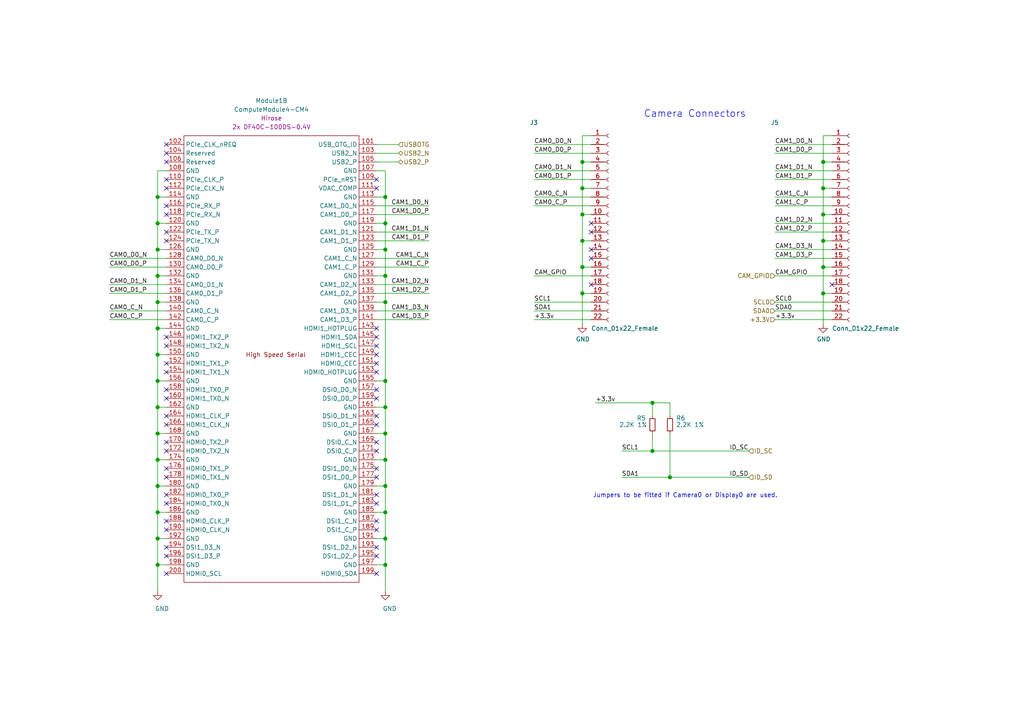
<source format=kicad_sch>
(kicad_sch (version 20210406) (generator eeschema)
  (paper "A4")
  (title_block (title "Raspberry Pi Compute Module 4 Carrier") (date "2020-10-31") (rev "v01") (comment 2 "creativecommons.org/licenses/by-sa/4.0") (comment 3 "License: CC BY 4.0") (comment 4 "Author: Eric Wu"))
  (lib_symbols
    (symbol "CM4IO:ComputeModule4-CM4"
      (property "Reference" "Module" (at 113.03 -68.58 0))
      (property "Value" "ComputeModule4-CM4" (at 140.97 2.54 0))
      (property "Manufacturer" "Hirose" (at 0 0 0))
      (property "MPN" "2x DF40C-100DS-0.4V" (at 0 -2.54 0))
      (property "MPN (Alt)" "2x DF40HC(3.0)-100DS-0.4V" (at 0 0 0))
      (symbol "ComputeModule4-CM4_1_0"
        (text "GPIO" (at 0 6.35 0) (effects (font (size 1.27 1.27))))
      )
      (symbol "ComputeModule4-CM4_1_1"
        (text "600mA Max" (at -8.89 -53.34 0) (effects (font (size 1.27 1.27))))
        (text "600mA Max" (at -8.89 -48.26 0) (effects (font (size 1.27 1.27))))
        (text "NB SD signals are only available" (at -1.27 -27.94 0) (effects (font (size 1.27 1.27))))
        (text "on modules without eMMC" (at -1.27 -30.48 0) (effects (font (size 1.27 1.27))))
        (rectangle (start -30.48 -71.12) (end 25.4 58.42))
        (pin power_in line (at 27.94 55.88 180) (length 2.54) (name "GND") (number "1"))
        (pin passive line (at -33.02 45.72 0) (length 2.54) (name "Ethernet_Pair0_N") (number "10"))
        (pin output line (at -33.02 -68.58 0) (length 2.54) (name "nEXTRST") (number "100"))
        (pin passive line (at 27.94 43.18 180) (length 2.54) (name "Ethernet_Pair2_P") (number "11"))
        (pin passive line (at -33.02 43.18 0) (length 2.54) (name "Ethernet_Pair0_P") (number "12"))
        (pin power_in line (at 27.94 40.64 180) (length 2.54) (name "GND") (number "13"))
        (pin power_in line (at -33.02 40.64 0) (length 2.54) (name "GND") (number "14"))
        (pin output line (at 27.94 38.1 180) (length 2.54) (name "Ethernet_nLED3(3.3v)") (number "15"))
        (pin input line (at -33.02 38.1 0) (length 2.54) (name "Ethernet_SYNC_IN(1.8v)") (number "16"))
        (pin output line (at 27.94 35.56 180) (length 2.54) (name "Ethernet_nLED2(3.3v)") (number "17"))
        (pin input line (at -33.02 35.56 0) (length 2.54) (name "Ethernet_SYNC_OUT(1.8v)") (number "18"))
        (pin output line (at 27.94 33.02 180) (length 2.54) (name "Ethernet_nLED1(3.3v)") (number "19"))
        (pin power_in line (at -33.02 55.88 0) (length 2.54) (name "GND") (number "2"))
        (pin passive line (at -33.02 33.02 0) (length 2.54) (name "EEPROM_nWP") (number "20"))
        (pin open_collector line (at 27.94 30.48 180) (length 2.54) (name "PI_nLED_Activity") (number "21"))
        (pin power_in line (at -33.02 30.48 0) (length 2.54) (name "GND") (number "22"))
        (pin power_in line (at 27.94 27.94 180) (length 2.54) (name "GND") (number "23"))
        (pin passive line (at -33.02 27.94 0) (length 2.54) (name "GPIO26") (number "24"))
        (pin passive line (at 27.94 25.4 180) (length 2.54) (name "GPIO21") (number "25"))
        (pin passive line (at -33.02 25.4 0) (length 2.54) (name "GPIO19") (number "26"))
        (pin passive line (at 27.94 22.86 180) (length 2.54) (name "GPIO20") (number "27"))
        (pin passive line (at -33.02 22.86 0) (length 2.54) (name "GPIO13") (number "28"))
        (pin passive line (at 27.94 20.32 180) (length 2.54) (name "GPIO16") (number "29"))
        (pin passive line (at 27.94 53.34 180) (length 2.54) (name "Ethernet_Pair3_P") (number "3"))
        (pin passive line (at -33.02 20.32 0) (length 2.54) (name "GPIO6") (number "30"))
        (pin passive line (at 27.94 17.78 180) (length 2.54) (name "GPIO12") (number "31"))
        (pin power_in line (at -33.02 17.78 0) (length 2.54) (name "GND") (number "32"))
        (pin power_in line (at 27.94 15.24 180) (length 2.54) (name "GND") (number "33"))
        (pin passive line (at -33.02 15.24 0) (length 2.54) (name "GPIO5") (number "34"))
        (pin passive line (at 27.94 12.7 180) (length 2.54) (name "ID_SC") (number "35"))
        (pin passive line (at -33.02 12.7 0) (length 2.54) (name "ID_SD") (number "36"))
        (pin passive line (at 27.94 10.16 180) (length 2.54) (name "GPIO7") (number "37"))
        (pin passive line (at -33.02 10.16 0) (length 2.54) (name "GPIO11") (number "38"))
        (pin passive line (at 27.94 7.62 180) (length 2.54) (name "GPIO8") (number "39"))
        (pin passive line (at -33.02 53.34 0) (length 2.54) (name "Ethernet_Pair1_P") (number "4"))
        (pin passive line (at -33.02 7.62 0) (length 2.54) (name "GPIO9") (number "40"))
        (pin passive line (at 27.94 5.08 180) (length 2.54) (name "GPIO25") (number "41"))
        (pin power_in line (at -33.02 5.08 0) (length 2.54) (name "GND") (number "42"))
        (pin power_in line (at 27.94 2.54 180) (length 2.54) (name "GND") (number "43"))
        (pin passive line (at -33.02 2.54 0) (length 2.54) (name "GPIO10") (number "44"))
        (pin passive line (at 27.94 0 180) (length 2.54) (name "GPIO24") (number "45"))
        (pin passive line (at -33.02 0 0) (length 2.54) (name "GPIO22") (number "46"))
        (pin passive line (at 27.94 -2.54 180) (length 2.54) (name "GPIO23") (number "47"))
        (pin passive line (at -33.02 -2.54 0) (length 2.54) (name "GPIO27") (number "48"))
        (pin passive line (at 27.94 -5.08 180) (length 2.54) (name "GPIO18") (number "49"))
        (pin passive line (at 27.94 50.8 180) (length 2.54) (name "Ethernet_Pair3_N") (number "5"))
        (pin passive line (at -33.02 -5.08 0) (length 2.54) (name "GPIO17") (number "50"))
        (pin passive line (at 27.94 -7.62 180) (length 2.54) (name "GPIO15") (number "51"))
        (pin power_in line (at -33.02 -7.62 0) (length 2.54) (name "GND") (number "52"))
        (pin power_in line (at 27.94 -10.16 180) (length 2.54) (name "GND") (number "53"))
        (pin passive line (at -33.02 -10.16 0) (length 2.54) (name "GPIO4") (number "54"))
        (pin passive line (at 27.94 -12.7 180) (length 2.54) (name "GPIO14") (number "55"))
        (pin passive line (at -33.02 -12.7 0) (length 2.54) (name "GPIO3") (number "56"))
        (pin passive line (at 27.94 -15.24 180) (length 2.54) (name "SD_CLK") (number "57"))
        (pin passive line (at -33.02 -15.24 0) (length 2.54) (name "GPIO2") (number "58"))
        (pin power_in line (at 27.94 -17.78 180) (length 2.54) (name "GND") (number "59"))
        (pin passive line (at -33.02 50.8 0) (length 2.54) (name "Ethernet_Pair1_N") (number "6"))
        (pin power_in line (at -33.02 -17.78 0) (length 2.54) (name "GND") (number "60"))
        (pin passive line (at 27.94 -20.32 180) (length 2.54) (name "SD_DAT3") (number "61"))
        (pin passive line (at -33.02 -20.32 0) (length 2.54) (name "SD_CMD") (number "62"))
        (pin passive line (at 27.94 -22.86 180) (length 2.54) (name "SD_DAT0") (number "63"))
        (pin passive line (at -33.02 -22.86 0) (length 2.54) (name "SD_DAT5") (number "64"))
        (pin power_in line (at 27.94 -25.4 180) (length 2.54) (name "GND") (number "65"))
        (pin power_in line (at -33.02 -25.4 0) (length 2.54) (name "GND") (number "66"))
        (pin passive line (at 27.94 -27.94 180) (length 2.54) (name "SD_DAT1") (number "67"))
        (pin passive line (at -33.02 -27.94 0) (length 2.54) (name "SD_DAT4") (number "68"))
        (pin passive line (at 27.94 -30.48 180) (length 2.54) (name "SD_DAT2") (number "69"))
        (pin power_in line (at 27.94 48.26 180) (length 2.54) (name "GND") (number "7"))
        (pin passive line (at -33.02 -30.48 0) (length 2.54) (name "SD_DAT7") (number "70"))
        (pin power_in line (at 27.94 -33.02 180) (length 2.54) (name "GND") (number "71"))
        (pin passive line (at -33.02 -33.02 0) (length 2.54) (name "SD_DAT6") (number "72"))
        (pin input line (at 27.94 -35.56 180) (length 2.54) (name "SD_VDD_Override") (number "73"))
        (pin power_in line (at -33.02 -35.56 0) (length 2.54) (name "GND") (number "74"))
        (pin output line (at 27.94 -38.1 180) (length 2.54) (name "SD_PWR_ON") (number "75"))
        (pin passive line (at -33.02 -38.1 0) (length 2.54) (name "Reserved") (number "76"))
        (pin power_in line (at 27.94 -40.64 180) (length 2.54) (name "+5v_(Input)") (number "77"))
        (pin power_in line (at -33.02 -40.64 0) (length 2.54) (name "GPIO_VREF(1.8v/3.3v_Input)") (number "78"))
        (pin power_in line (at 27.94 -43.18 180) (length 2.54) (name "+5v_(Input)") (number "79"))
        (pin power_in line (at -33.02 48.26 0) (length 2.54) (name "GND") (number "8"))
        (pin passive line (at -33.02 -43.18 0) (length 2.54) (name "SCL0") (number "80"))
        (pin power_in line (at 27.94 -45.72 180) (length 2.54) (name "+5v_(Input)") (number "81"))
        (pin passive line (at -33.02 -45.72 0) (length 2.54) (name "SDA0") (number "82"))
        (pin power_in line (at 27.94 -48.26 180) (length 2.54) (name "+5v_(Input)") (number "83"))
        (pin power_out line (at -33.02 -48.26 0) (length 2.54) (name "+3.3v_(Output)") (number "84"))
        (pin power_in line (at 27.94 -50.8 180) (length 2.54) (name "+5v_(Input)") (number "85"))
        (pin power_out line (at -33.02 -50.8 0) (length 2.54) (name "+3.3v_(Output)") (number "86"))
        (pin power_in line (at 27.94 -53.34 180) (length 2.54) (name "+5v_(Input)") (number "87"))
        (pin power_out line (at -33.02 -53.34 0) (length 2.54) (name "+1.8v_(Output)") (number "88"))
        (pin power_in line (at 27.94 -55.88 180) (length 2.54) (name "WiFi_nDisable") (number "89"))
        (pin passive line (at 27.94 45.72 180) (length 2.54) (name "Ethernet_Pair2_N") (number "9"))
        (pin power_out line (at -33.02 -55.88 0) (length 2.54) (name "+1.8v_(Output)") (number "90"))
        (pin power_in line (at 27.94 -58.42 180) (length 2.54) (name "BT_nDisable") (number "91"))
        (pin passive line (at -33.02 -58.42 0) (length 2.54) (name "RUN_PG") (number "92"))
        (pin input line (at 27.94 -60.96 180) (length 2.54) (name "nRPIBOOT") (number "93"))
        (pin passive line (at -33.02 -60.96 0) (length 2.54) (name "AnalogIP0") (number "94"))
        (pin output line (at 27.94 -63.5 180) (length 2.54) (name "nPI_LED_PWR") (number "95"))
        (pin passive line (at -33.02 -63.5 0) (length 2.54) (name "AnalogIP1") (number "96"))
        (pin passive line (at 27.94 -66.04 180) (length 2.54) (name "Camera_GPIO") (number "97"))
        (pin power_in line (at -33.02 -66.04 0) (length 2.54) (name "GND") (number "98"))
        (pin input line (at 27.94 -68.58 180) (length 2.54) (name "Global_EN") (number "99"))
      )
      (symbol "ComputeModule4-CM4_2_1"
        (text "High Speed Serial" (at 140.97 0 0) (effects (font (size 1.27 1.27))))
        (rectangle (start 114.3 -66.04) (end 165.1 63.5))
        (pin input line (at 170.18 60.96 180) (length 5.08) (name "USB_OTG_ID") (number "101"))
        (pin input line (at 109.22 60.96 0) (length 5.08) (name "PCIe_CLK_nREQ") (number "102"))
        (pin passive line (at 170.18 58.42 180) (length 5.08) (name "USB2_N") (number "103"))
        (pin passive line (at 109.22 58.42 0) (length 5.08) (name "Reserved") (number "104"))
        (pin passive line (at 170.18 55.88 180) (length 5.08) (name "USB2_P") (number "105"))
        (pin passive line (at 109.22 55.88 0) (length 5.08) (name "Reserved") (number "106"))
        (pin power_in line (at 170.18 53.34 180) (length 5.08) (name "GND") (number "107"))
        (pin power_in line (at 109.22 53.34 0) (length 5.08) (name "GND") (number "108"))
        (pin bidirectional line (at 170.18 50.8 180) (length 5.08) (name "PCIe_nRST") (number "109"))
        (pin output line (at 109.22 50.8 0) (length 5.08) (name "PCIe_CLK_P") (number "110"))
        (pin passive line (at 170.18 48.26 180) (length 5.08) (name "VDAC_COMP") (number "111"))
        (pin output line (at 109.22 48.26 0) (length 5.08) (name "PCIe_CLK_N") (number "112"))
        (pin power_in line (at 170.18 45.72 180) (length 5.08) (name "GND") (number "113"))
        (pin power_in line (at 109.22 45.72 0) (length 5.08) (name "GND") (number "114"))
        (pin input line (at 170.18 43.18 180) (length 5.08) (name "CAM1_D0_N") (number "115"))
        (pin input line (at 109.22 43.18 0) (length 5.08) (name "PCIe_RX_P") (number "116"))
        (pin input line (at 170.18 40.64 180) (length 5.08) (name "CAM1_D0_P") (number "117"))
        (pin input line (at 109.22 40.64 0) (length 5.08) (name "PCIe_RX_N") (number "118"))
        (pin power_in line (at 170.18 38.1 180) (length 5.08) (name "GND") (number "119"))
        (pin power_in line (at 109.22 38.1 0) (length 5.08) (name "GND") (number "120"))
        (pin input line (at 170.18 35.56 180) (length 5.08) (name "CAM1_D1_N") (number "121"))
        (pin output line (at 109.22 35.56 0) (length 5.08) (name "PCIe_TX_P") (number "122"))
        (pin input line (at 170.18 33.02 180) (length 5.08) (name "CAM1_D1_P") (number "123"))
        (pin output line (at 109.22 33.02 0) (length 5.08) (name "PCIe_TX_N") (number "124"))
        (pin power_in line (at 170.18 30.48 180) (length 5.08) (name "GND") (number "125"))
        (pin power_in line (at 109.22 30.48 0) (length 5.08) (name "GND") (number "126"))
        (pin input line (at 170.18 27.94 180) (length 5.08) (name "CAM1_C_N") (number "127"))
        (pin input line (at 109.22 27.94 0) (length 5.08) (name "CAM0_D0_N") (number "128"))
        (pin input line (at 170.18 25.4 180) (length 5.08) (name "CAM1_C_P") (number "129"))
        (pin input line (at 109.22 25.4 0) (length 5.08) (name "CAM0_D0_P") (number "130"))
        (pin power_in line (at 170.18 22.86 180) (length 5.08) (name "GND") (number "131"))
        (pin power_in line (at 109.22 22.86 0) (length 5.08) (name "GND") (number "132"))
        (pin input line (at 170.18 20.32 180) (length 5.08) (name "CAM1_D2_N") (number "133"))
        (pin input line (at 109.22 20.32 0) (length 5.08) (name "CAM0_D1_N") (number "134"))
        (pin input line (at 170.18 17.78 180) (length 5.08) (name "CAM1_D2_P") (number "135"))
        (pin input line (at 109.22 17.78 0) (length 5.08) (name "CAM0_D1_P") (number "136"))
        (pin power_in line (at 170.18 15.24 180) (length 5.08) (name "GND") (number "137"))
        (pin power_in line (at 109.22 15.24 0) (length 5.08) (name "GND") (number "138"))
        (pin input line (at 170.18 12.7 180) (length 5.08) (name "CAM1_D3_N") (number "139"))
        (pin input line (at 109.22 12.7 0) (length 5.08) (name "CAM0_C_N") (number "140"))
        (pin input line (at 170.18 10.16 180) (length 5.08) (name "CAM1_D3_P") (number "141"))
        (pin input line (at 109.22 10.16 0) (length 5.08) (name "CAM0_C_P") (number "142"))
        (pin input line (at 170.18 7.62 180) (length 5.08) (name "HDMI1_HOTPLUG") (number "143"))
        (pin power_in line (at 109.22 7.62 0) (length 5.08) (name "GND") (number "144"))
        (pin bidirectional line (at 170.18 5.08 180) (length 5.08) (name "HDMI1_SDA") (number "145"))
        (pin output line (at 109.22 5.08 0) (length 5.08) (name "HDMI1_TX2_P") (number "146"))
        (pin open_collector line (at 170.18 2.54 180) (length 5.08) (name "HDMI1_SCL") (number "147"))
        (pin output line (at 109.22 2.54 0) (length 5.08) (name "HDMI1_TX2_N") (number "148"))
        (pin open_collector line (at 170.18 0 180) (length 5.08) (name "HDMI1_CEC") (number "149"))
        (pin power_in line (at 109.22 0 0) (length 5.08) (name "GND") (number "150"))
        (pin open_collector line (at 170.18 -2.54 180) (length 5.08) (name "HDMI0_CEC") (number "151"))
        (pin output line (at 109.22 -2.54 0) (length 5.08) (name "HDMI1_TX1_P") (number "152"))
        (pin input line (at 170.18 -5.08 180) (length 5.08) (name "HDMI0_HOTPLUG") (number "153"))
        (pin output line (at 109.22 -5.08 0) (length 5.08) (name "HDMI1_TX1_N") (number "154"))
        (pin power_in line (at 170.18 -7.62 180) (length 5.08) (name "GND") (number "155"))
        (pin power_in line (at 109.22 -7.62 0) (length 5.08) (name "GND") (number "156"))
        (pin output line (at 170.18 -10.16 180) (length 5.08) (name "DSI0_D0_N") (number "157"))
        (pin output line (at 109.22 -10.16 0) (length 5.08) (name "HDMI1_TX0_P") (number "158"))
        (pin output line (at 170.18 -12.7 180) (length 5.08) (name "DSI0_D0_P") (number "159"))
        (pin output line (at 109.22 -12.7 0) (length 5.08) (name "HDMI1_TX0_N") (number "160"))
        (pin power_in line (at 170.18 -15.24 180) (length 5.08) (name "GND") (number "161"))
        (pin power_in line (at 109.22 -15.24 0) (length 5.08) (name "GND") (number "162"))
        (pin output line (at 170.18 -17.78 180) (length 5.08) (name "DSI0_D1_N") (number "163"))
        (pin output line (at 109.22 -17.78 0) (length 5.08) (name "HDMI1_CLK_P") (number "164"))
        (pin output line (at 170.18 -20.32 180) (length 5.08) (name "DSI0_D1_P") (number "165"))
        (pin output line (at 109.22 -20.32 0) (length 5.08) (name "HDMI1_CLK_N") (number "166"))
        (pin power_in line (at 170.18 -22.86 180) (length 5.08) (name "GND") (number "167"))
        (pin power_in line (at 109.22 -22.86 0) (length 5.08) (name "GND") (number "168"))
        (pin output line (at 170.18 -25.4 180) (length 5.08) (name "DSI0_C_N") (number "169"))
        (pin output line (at 109.22 -25.4 0) (length 5.08) (name "HDMI0_TX2_P") (number "170"))
        (pin output line (at 170.18 -27.94 180) (length 5.08) (name "DSI0_C_P") (number "171"))
        (pin output line (at 109.22 -27.94 0) (length 5.08) (name "HDMI0_TX2_N") (number "172"))
        (pin power_in line (at 170.18 -30.48 180) (length 5.08) (name "GND") (number "173"))
        (pin power_in line (at 109.22 -30.48 0) (length 5.08) (name "GND") (number "174"))
        (pin output line (at 170.18 -33.02 180) (length 5.08) (name "DSI1_D0_N") (number "175"))
        (pin output line (at 109.22 -33.02 0) (length 5.08) (name "HDMI0_TX1_P") (number "176"))
        (pin output line (at 170.18 -35.56 180) (length 5.08) (name "DSI1_D0_P") (number "177"))
        (pin output line (at 109.22 -35.56 0) (length 5.08) (name "HDMI0_TX1_N") (number "178"))
        (pin power_in line (at 170.18 -38.1 180) (length 5.08) (name "GND") (number "179"))
        (pin power_in line (at 109.22 -38.1 0) (length 5.08) (name "GND") (number "180"))
        (pin output line (at 170.18 -40.64 180) (length 5.08) (name "DSI1_D1_N") (number "181"))
        (pin output line (at 109.22 -40.64 0) (length 5.08) (name "HDMI0_TX0_P") (number "182"))
        (pin output line (at 170.18 -43.18 180) (length 5.08) (name "DSI1_D1_P") (number "183"))
        (pin output line (at 109.22 -43.18 0) (length 5.08) (name "HDMI0_TX0_N") (number "184"))
        (pin power_in line (at 170.18 -45.72 180) (length 5.08) (name "GND") (number "185"))
        (pin power_in line (at 109.22 -45.72 0) (length 5.08) (name "GND") (number "186"))
        (pin output line (at 170.18 -48.26 180) (length 5.08) (name "DSI1_C_N") (number "187"))
        (pin output line (at 109.22 -48.26 0) (length 5.08) (name "HDMI0_CLK_P") (number "188"))
        (pin output line (at 170.18 -50.8 180) (length 5.08) (name "DSI1_C_P") (number "189"))
        (pin output line (at 109.22 -50.8 0) (length 5.08) (name "HDMI0_CLK_N") (number "190"))
        (pin power_in line (at 170.18 -53.34 180) (length 5.08) (name "GND") (number "191"))
        (pin power_in line (at 109.22 -53.34 0) (length 5.08) (name "GND") (number "192"))
        (pin output line (at 170.18 -55.88 180) (length 5.08) (name "DSI1_D2_N") (number "193"))
        (pin output line (at 109.22 -55.88 0) (length 5.08) (name "DSI1_D3_N") (number "194"))
        (pin output line (at 170.18 -58.42 180) (length 5.08) (name "DSI1_D2_P") (number "195"))
        (pin output line (at 109.22 -58.42 0) (length 5.08) (name "DSI1_D3_P") (number "196"))
        (pin power_in line (at 170.18 -60.96 180) (length 5.08) (name "GND") (number "197"))
        (pin power_in line (at 109.22 -60.96 0) (length 5.08) (name "GND") (number "198"))
        (pin bidirectional line (at 170.18 -63.5 180) (length 5.08) (name "HDMI0_SDA") (number "199"))
        (pin open_collector line (at 109.22 -63.5 0) (length 5.08) (name "HDMI0_SCL") (number "200"))
      )
    )
    (symbol "Connector:Conn_01x22_Female" (pin_names hide)
      (property "Reference" "J" (at 0 27.94 0))
      (property "Value" "Conn_01x22_Female" (at 0 -30.48 0))
      (symbol "Conn_01x22_Female_1_1"
        (arc (start 0 -27.432) (end 0 -28.448) (radius (at 0 -27.94) (length 0.508) (angles 90.1 -90.1)))
        (arc (start 0 -24.892) (end 0 -25.908) (radius (at 0 -25.4) (length 0.508) (angles 90.1 -90.1)))
        (arc (start 0 -22.352) (end 0 -23.368) (radius (at 0 -22.86) (length 0.508) (angles 90.1 -90.1)))
        (arc (start 0 -19.812) (end 0 -20.828) (radius (at 0 -20.32) (length 0.508) (angles 90.1 -90.1)))
        (arc (start 0 -17.272) (end 0 -18.288) (radius (at 0 -17.78) (length 0.508) (angles 90.1 -90.1)))
        (arc (start 0 -14.732) (end 0 -15.748) (radius (at 0 -15.24) (length 0.508) (angles 90.1 -90.1)))
        (arc (start 0 -12.192) (end 0 -13.208) (radius (at 0 -12.7) (length 0.508) (angles 90.1 -90.1)))
        (arc (start 0 -9.652) (end 0 -10.668) (radius (at 0 -10.16) (length 0.508) (angles 90.1 -90.1)))
        (arc (start 0 -7.112) (end 0 -8.128) (radius (at 0 -7.62) (length 0.508) (angles 90.1 -90.1)))
        (arc (start 0 -4.572) (end 0 -5.588) (radius (at 0 -5.08) (length 0.508) (angles 90.1 -90.1)))
        (arc (start 0 -2.032) (end 0 -3.048) (radius (at 0 -2.54) (length 0.508) (angles 90.1 -90.1)))
        (arc (start 0 0.508) (end 0 -0.508) (radius (at 0 0) (length 0.508) (angles 90.1 -90.1)))
        (arc (start 0 3.048) (end 0 2.032) (radius (at 0 2.54) (length 0.508) (angles 90.1 -90.1)))
        (arc (start 0 5.588) (end 0 4.572) (radius (at 0 5.08) (length 0.508) (angles 90.1 -90.1)))
        (arc (start 0 8.128) (end 0 7.112) (radius (at 0 7.62) (length 0.508) (angles 90.1 -90.1)))
        (arc (start 0 10.668) (end 0 9.652) (radius (at 0 10.16) (length 0.508) (angles 90.1 -90.1)))
        (arc (start 0 13.208) (end 0 12.192) (radius (at 0 12.7) (length 0.508) (angles 90.1 -90.1)))
        (arc (start 0 15.748) (end 0 14.732) (radius (at 0 15.24) (length 0.508) (angles 90.1 -90.1)))
        (arc (start 0 18.288) (end 0 17.272) (radius (at 0 17.78) (length 0.508) (angles 90.1 -90.1)))
        (arc (start 0 20.828) (end 0 19.812) (radius (at 0 20.32) (length 0.508) (angles 90.1 -90.1)))
        (arc (start 0 23.368) (end 0 22.352) (radius (at 0 22.86) (length 0.508) (angles 90.1 -90.1)))
        (arc (start 0 25.908) (end 0 24.892) (radius (at 0 25.4) (length 0.508) (angles 90.1 -90.1)))
        (polyline (pts (xy -1.27 -27.94) (xy -0.508 -27.94)))
        (polyline (pts (xy -1.27 -25.4) (xy -0.508 -25.4)))
        (polyline (pts (xy -1.27 -22.86) (xy -0.508 -22.86)))
        (polyline (pts (xy -1.27 -20.32) (xy -0.508 -20.32)))
        (polyline (pts (xy -1.27 -17.78) (xy -0.508 -17.78)))
        (polyline (pts (xy -1.27 -15.24) (xy -0.508 -15.24)))
        (polyline (pts (xy -1.27 -12.7) (xy -0.508 -12.7)))
        (polyline (pts (xy -1.27 -10.16) (xy -0.508 -10.16)))
        (polyline (pts (xy -1.27 -7.62) (xy -0.508 -7.62)))
        (polyline (pts (xy -1.27 -5.08) (xy -0.508 -5.08)))
        (polyline (pts (xy -1.27 -2.54) (xy -0.508 -2.54)))
        (polyline (pts (xy -1.27 0) (xy -0.508 0)))
        (polyline (pts (xy -1.27 2.54) (xy -0.508 2.54)))
        (polyline (pts (xy -1.27 5.08) (xy -0.508 5.08)))
        (polyline (pts (xy -1.27 7.62) (xy -0.508 7.62)))
        (polyline (pts (xy -1.27 10.16) (xy -0.508 10.16)))
        (polyline (pts (xy -1.27 12.7) (xy -0.508 12.7)))
        (polyline (pts (xy -1.27 15.24) (xy -0.508 15.24)))
        (polyline (pts (xy -1.27 17.78) (xy -0.508 17.78)))
        (polyline (pts (xy -1.27 20.32) (xy -0.508 20.32)))
        (polyline (pts (xy -1.27 22.86) (xy -0.508 22.86)))
        (polyline (pts (xy -1.27 25.4) (xy -0.508 25.4)))
        (pin passive line (at -5.08 25.4 0) (length 3.81) (name "Pin_1") (number "1"))
        (pin passive line (at -5.08 2.54 0) (length 3.81) (name "Pin_10") (number "10"))
        (pin passive line (at -5.08 0 0) (length 3.81) (name "Pin_11") (number "11"))
        (pin passive line (at -5.08 -2.54 0) (length 3.81) (name "Pin_12") (number "12"))
        (pin passive line (at -5.08 -5.08 0) (length 3.81) (name "Pin_13") (number "13"))
        (pin passive line (at -5.08 -7.62 0) (length 3.81) (name "Pin_14") (number "14"))
        (pin passive line (at -5.08 -10.16 0) (length 3.81) (name "Pin_15") (number "15"))
        (pin passive line (at -5.08 -12.7 0) (length 3.81) (name "Pin_16") (number "16"))
        (pin passive line (at -5.08 -15.24 0) (length 3.81) (name "Pin_17") (number "17"))
        (pin passive line (at -5.08 -17.78 0) (length 3.81) (name "Pin_18") (number "18"))
        (pin passive line (at -5.08 -20.32 0) (length 3.81) (name "Pin_19") (number "19"))
        (pin passive line (at -5.08 22.86 0) (length 3.81) (name "Pin_2") (number "2"))
        (pin passive line (at -5.08 -22.86 0) (length 3.81) (name "Pin_20") (number "20"))
        (pin passive line (at -5.08 -25.4 0) (length 3.81) (name "Pin_21") (number "21"))
        (pin passive line (at -5.08 -27.94 0) (length 3.81) (name "Pin_22") (number "22"))
        (pin passive line (at -5.08 20.32 0) (length 3.81) (name "Pin_3") (number "3"))
        (pin passive line (at -5.08 17.78 0) (length 3.81) (name "Pin_4") (number "4"))
        (pin passive line (at -5.08 15.24 0) (length 3.81) (name "Pin_5") (number "5"))
        (pin passive line (at -5.08 12.7 0) (length 3.81) (name "Pin_6") (number "6"))
        (pin passive line (at -5.08 10.16 0) (length 3.81) (name "Pin_7") (number "7"))
        (pin passive line (at -5.08 7.62 0) (length 3.81) (name "Pin_8") (number "8"))
        (pin passive line (at -5.08 5.08 0) (length 3.81) (name "Pin_9") (number "9"))
      )
    )
    (symbol "Device:R_Small" (pin_numbers hide) (pin_names (offset 0.254) hide)
      (property "Reference" "R" (at 0.762 0.508 0))
      (property "Value" "R_Small" (at 0.762 -1.016 0))
      (symbol "R_Small_0_1"
        (rectangle (start -0.762 1.778) (end 0.762 -1.778) (stroke (width 0.2032)))
      )
      (symbol "R_Small_1_1"
        (pin passive line (at 0 2.54 270) (length 0.762) (name "~") (number "1"))
        (pin passive line (at 0 -2.54 90) (length 0.762) (name "~") (number "2"))
      )
    )
    (symbol "power:GND" (power) (pin_names (offset 0))
      (property "Value" "GND" (at 0 -3.81 0))
      (symbol "GND_0_1"
        (polyline (pts (xy 0 0) (xy 0 -1.27) (xy 1.27 -1.27) (xy 0 -2.54) (xy -1.27 -1.27) (xy 0 -1.27)))
      )
      (symbol "GND_1_1"
        (pin power_in line (at 0 0 270) (length 0) hide (name "GND") (number "1"))
      )
    )
  )
  (junction (at 45.72 57.15) (diameter 1.016))
  (junction (at 45.72 64.77) (diameter 1.016))
  (junction (at 45.72 72.39) (diameter 1.016))
  (junction (at 45.72 80.01) (diameter 1.016))
  (junction (at 45.72 87.63) (diameter 1.016))
  (junction (at 45.72 95.25) (diameter 1.016))
  (junction (at 45.72 102.87) (diameter 1.016))
  (junction (at 45.72 110.49) (diameter 1.016))
  (junction (at 45.72 118.11) (diameter 1.016))
  (junction (at 45.72 125.73) (diameter 1.016))
  (junction (at 45.72 133.35) (diameter 1.016))
  (junction (at 45.72 140.97) (diameter 1.016))
  (junction (at 45.72 148.59) (diameter 1.016))
  (junction (at 45.72 156.21) (diameter 1.016))
  (junction (at 45.72 163.83) (diameter 1.016))
  (junction (at 111.76 57.15) (diameter 1.016))
  (junction (at 111.76 64.77) (diameter 1.016))
  (junction (at 111.76 72.39) (diameter 1.016))
  (junction (at 111.76 80.01) (diameter 1.016))
  (junction (at 111.76 87.63) (diameter 1.016))
  (junction (at 111.76 110.49) (diameter 1.016))
  (junction (at 111.76 118.11) (diameter 1.016))
  (junction (at 111.76 125.73) (diameter 1.016))
  (junction (at 111.76 133.35) (diameter 1.016))
  (junction (at 111.76 140.97) (diameter 1.016))
  (junction (at 111.76 148.59) (diameter 1.016))
  (junction (at 111.76 156.21) (diameter 1.016))
  (junction (at 111.76 163.83) (diameter 1.016))
  (junction (at 168.91 46.99) (diameter 1.016))
  (junction (at 168.91 54.61) (diameter 1.016))
  (junction (at 168.91 62.23) (diameter 1.016))
  (junction (at 168.91 69.85) (diameter 1.016))
  (junction (at 168.91 77.47) (diameter 1.016))
  (junction (at 168.91 85.09) (diameter 1.016))
  (junction (at 189.23 116.84) (diameter 1.016))
  (junction (at 189.23 130.81) (diameter 1.016))
  (junction (at 194.31 138.43) (diameter 1.016))
  (junction (at 238.76 46.99) (diameter 1.016))
  (junction (at 238.76 54.61) (diameter 1.016))
  (junction (at 238.76 62.23) (diameter 1.016))
  (junction (at 238.76 69.85) (diameter 1.016))
  (junction (at 238.76 77.47) (diameter 1.016))
  (junction (at 238.76 85.09) (diameter 1.016))
  (no_connect (at 48.26 41.91))
  (no_connect (at 48.26 44.45))
  (no_connect (at 48.26 46.99))
  (no_connect (at 48.26 52.07))
  (no_connect (at 48.26 54.61))
  (no_connect (at 48.26 59.69))
  (no_connect (at 48.26 62.23))
  (no_connect (at 48.26 67.31))
  (no_connect (at 48.26 69.85))
  (no_connect (at 48.26 97.79))
  (no_connect (at 48.26 100.33))
  (no_connect (at 48.26 105.41))
  (no_connect (at 48.26 107.95))
  (no_connect (at 48.26 113.03))
  (no_connect (at 48.26 115.57))
  (no_connect (at 48.26 120.65))
  (no_connect (at 48.26 123.19))
  (no_connect (at 48.26 128.27))
  (no_connect (at 48.26 130.81))
  (no_connect (at 48.26 135.89))
  (no_connect (at 48.26 138.43))
  (no_connect (at 48.26 143.51))
  (no_connect (at 48.26 146.05))
  (no_connect (at 48.26 151.13))
  (no_connect (at 48.26 153.67))
  (no_connect (at 48.26 158.75))
  (no_connect (at 48.26 161.29))
  (no_connect (at 48.26 166.37))
  (no_connect (at 109.22 52.07))
  (no_connect (at 109.22 54.61))
  (no_connect (at 109.22 95.25))
  (no_connect (at 109.22 97.79))
  (no_connect (at 109.22 100.33))
  (no_connect (at 109.22 102.87))
  (no_connect (at 109.22 105.41))
  (no_connect (at 109.22 107.95))
  (no_connect (at 109.22 113.03))
  (no_connect (at 109.22 115.57))
  (no_connect (at 109.22 120.65))
  (no_connect (at 109.22 123.19))
  (no_connect (at 109.22 128.27))
  (no_connect (at 109.22 130.81))
  (no_connect (at 109.22 135.89))
  (no_connect (at 109.22 138.43))
  (no_connect (at 109.22 143.51))
  (no_connect (at 109.22 146.05))
  (no_connect (at 109.22 151.13))
  (no_connect (at 109.22 153.67))
  (no_connect (at 109.22 158.75))
  (no_connect (at 109.22 161.29))
  (no_connect (at 109.22 166.37))
  (no_connect (at 171.45 64.77))
  (no_connect (at 171.45 67.31))
  (no_connect (at 171.45 72.39))
  (no_connect (at 171.45 74.93))
  (no_connect (at 171.45 82.55))
  (no_connect (at 241.3 82.55))
  (wire (pts (xy 31.75 90.17) (xy 48.26 90.17)))
  (wire (pts (xy 31.75 92.71) (xy 48.26 92.71)))
  (wire (pts (xy 45.72 49.53) (xy 45.72 57.15)))
  (wire (pts (xy 45.72 49.53) (xy 48.26 49.53)))
  (wire (pts (xy 45.72 57.15) (xy 45.72 64.77)))
  (wire (pts (xy 45.72 57.15) (xy 48.26 57.15)))
  (wire (pts (xy 45.72 64.77) (xy 45.72 72.39)))
  (wire (pts (xy 45.72 64.77) (xy 48.26 64.77)))
  (wire (pts (xy 45.72 72.39) (xy 45.72 80.01)))
  (wire (pts (xy 45.72 72.39) (xy 48.26 72.39)))
  (wire (pts (xy 45.72 80.01) (xy 45.72 87.63)))
  (wire (pts (xy 45.72 80.01) (xy 48.26 80.01)))
  (wire (pts (xy 45.72 87.63) (xy 45.72 95.25)))
  (wire (pts (xy 45.72 87.63) (xy 48.26 87.63)))
  (wire (pts (xy 45.72 95.25) (xy 45.72 102.87)))
  (wire (pts (xy 45.72 95.25) (xy 48.26 95.25)))
  (wire (pts (xy 45.72 102.87) (xy 45.72 110.49)))
  (wire (pts (xy 45.72 102.87) (xy 48.26 102.87)))
  (wire (pts (xy 45.72 110.49) (xy 45.72 118.11)))
  (wire (pts (xy 45.72 110.49) (xy 48.26 110.49)))
  (wire (pts (xy 45.72 118.11) (xy 45.72 125.73)))
  (wire (pts (xy 45.72 118.11) (xy 48.26 118.11)))
  (wire (pts (xy 45.72 125.73) (xy 45.72 133.35)))
  (wire (pts (xy 45.72 125.73) (xy 48.26 125.73)))
  (wire (pts (xy 45.72 133.35) (xy 45.72 140.97)))
  (wire (pts (xy 45.72 133.35) (xy 48.26 133.35)))
  (wire (pts (xy 45.72 140.97) (xy 45.72 148.59)))
  (wire (pts (xy 45.72 140.97) (xy 48.26 140.97)))
  (wire (pts (xy 45.72 148.59) (xy 45.72 156.21)))
  (wire (pts (xy 45.72 148.59) (xy 48.26 148.59)))
  (wire (pts (xy 45.72 156.21) (xy 45.72 163.83)))
  (wire (pts (xy 45.72 156.21) (xy 48.26 156.21)))
  (wire (pts (xy 45.72 163.83) (xy 45.72 171.45)))
  (wire (pts (xy 45.72 163.83) (xy 48.26 163.83)))
  (wire (pts (xy 48.26 74.93) (xy 31.75 74.93)))
  (wire (pts (xy 48.26 77.47) (xy 31.75 77.47)))
  (wire (pts (xy 48.26 82.55) (xy 31.75 82.55)))
  (wire (pts (xy 48.26 85.09) (xy 31.75 85.09)))
  (wire (pts (xy 109.22 41.91) (xy 115.57 41.91)))
  (wire (pts (xy 109.22 44.45) (xy 115.57 44.45)))
  (wire (pts (xy 109.22 46.99) (xy 115.57 46.99)))
  (wire (pts (xy 109.22 49.53) (xy 111.76 49.53)))
  (wire (pts (xy 109.22 57.15) (xy 111.76 57.15)))
  (wire (pts (xy 109.22 59.69) (xy 124.46 59.69)))
  (wire (pts (xy 109.22 62.23) (xy 124.46 62.23)))
  (wire (pts (xy 109.22 64.77) (xy 111.76 64.77)))
  (wire (pts (xy 109.22 67.31) (xy 124.46 67.31)))
  (wire (pts (xy 109.22 69.85) (xy 124.46 69.85)))
  (wire (pts (xy 109.22 72.39) (xy 111.76 72.39)))
  (wire (pts (xy 109.22 74.93) (xy 124.46 74.93)))
  (wire (pts (xy 109.22 77.47) (xy 124.46 77.47)))
  (wire (pts (xy 109.22 80.01) (xy 111.76 80.01)))
  (wire (pts (xy 109.22 82.55) (xy 124.46 82.55)))
  (wire (pts (xy 109.22 85.09) (xy 124.46 85.09)))
  (wire (pts (xy 109.22 87.63) (xy 111.76 87.63)))
  (wire (pts (xy 109.22 90.17) (xy 124.46 90.17)))
  (wire (pts (xy 109.22 92.71) (xy 124.46 92.71)))
  (wire (pts (xy 109.22 110.49) (xy 111.76 110.49)))
  (wire (pts (xy 109.22 118.11) (xy 111.76 118.11)))
  (wire (pts (xy 109.22 125.73) (xy 111.76 125.73)))
  (wire (pts (xy 109.22 133.35) (xy 111.76 133.35)))
  (wire (pts (xy 109.22 140.97) (xy 111.76 140.97)))
  (wire (pts (xy 109.22 148.59) (xy 111.76 148.59)))
  (wire (pts (xy 109.22 156.21) (xy 111.76 156.21)))
  (wire (pts (xy 109.22 163.83) (xy 111.76 163.83)))
  (wire (pts (xy 111.76 49.53) (xy 111.76 57.15)))
  (wire (pts (xy 111.76 57.15) (xy 111.76 64.77)))
  (wire (pts (xy 111.76 64.77) (xy 111.76 72.39)))
  (wire (pts (xy 111.76 72.39) (xy 111.76 80.01)))
  (wire (pts (xy 111.76 80.01) (xy 111.76 87.63)))
  (wire (pts (xy 111.76 87.63) (xy 111.76 110.49)))
  (wire (pts (xy 111.76 110.49) (xy 111.76 118.11)))
  (wire (pts (xy 111.76 118.11) (xy 111.76 125.73)))
  (wire (pts (xy 111.76 125.73) (xy 111.76 133.35)))
  (wire (pts (xy 111.76 133.35) (xy 111.76 140.97)))
  (wire (pts (xy 111.76 140.97) (xy 111.76 148.59)))
  (wire (pts (xy 111.76 148.59) (xy 111.76 156.21)))
  (wire (pts (xy 111.76 156.21) (xy 111.76 163.83)))
  (wire (pts (xy 111.76 163.83) (xy 111.76 171.45)))
  (wire (pts (xy 154.94 41.91) (xy 171.45 41.91)))
  (wire (pts (xy 154.94 44.45) (xy 171.45 44.45)))
  (wire (pts (xy 154.94 49.53) (xy 171.45 49.53)))
  (wire (pts (xy 154.94 52.07) (xy 171.45 52.07)))
  (wire (pts (xy 154.94 57.15) (xy 171.45 57.15)))
  (wire (pts (xy 154.94 59.69) (xy 171.45 59.69)))
  (wire (pts (xy 168.91 39.37) (xy 168.91 46.99)))
  (wire (pts (xy 168.91 46.99) (xy 168.91 54.61)))
  (wire (pts (xy 168.91 46.99) (xy 171.45 46.99)))
  (wire (pts (xy 168.91 54.61) (xy 168.91 62.23)))
  (wire (pts (xy 168.91 54.61) (xy 171.45 54.61)))
  (wire (pts (xy 168.91 62.23) (xy 168.91 69.85)))
  (wire (pts (xy 168.91 62.23) (xy 171.45 62.23)))
  (wire (pts (xy 168.91 69.85) (xy 168.91 77.47)))
  (wire (pts (xy 168.91 69.85) (xy 171.45 69.85)))
  (wire (pts (xy 168.91 77.47) (xy 168.91 85.09)))
  (wire (pts (xy 168.91 77.47) (xy 171.45 77.47)))
  (wire (pts (xy 168.91 85.09) (xy 168.91 93.98)))
  (wire (pts (xy 168.91 85.09) (xy 171.45 85.09)))
  (wire (pts (xy 171.45 39.37) (xy 168.91 39.37)))
  (wire (pts (xy 171.45 80.01) (xy 154.94 80.01)))
  (wire (pts (xy 171.45 87.63) (xy 154.94 87.63)))
  (wire (pts (xy 171.45 90.17) (xy 154.94 90.17)))
  (wire (pts (xy 171.45 92.71) (xy 154.94 92.71)))
  (wire (pts (xy 172.72 116.84) (xy 189.23 116.84)))
  (wire (pts (xy 180.34 130.81) (xy 189.23 130.81)))
  (wire (pts (xy 180.34 138.43) (xy 194.31 138.43)))
  (wire (pts (xy 189.23 116.84) (xy 189.23 120.65)))
  (wire (pts (xy 189.23 116.84) (xy 194.31 116.84)))
  (wire (pts (xy 189.23 125.73) (xy 189.23 130.81)))
  (wire (pts (xy 189.23 130.81) (xy 217.17 130.81)))
  (wire (pts (xy 194.31 116.84) (xy 194.31 120.65)))
  (wire (pts (xy 194.31 125.73) (xy 194.31 138.43)))
  (wire (pts (xy 194.31 138.43) (xy 217.17 138.43)))
  (wire (pts (xy 224.79 41.91) (xy 241.3 41.91)))
  (wire (pts (xy 224.79 44.45) (xy 241.3 44.45)))
  (wire (pts (xy 224.79 49.53) (xy 241.3 49.53)))
  (wire (pts (xy 224.79 52.07) (xy 241.3 52.07)))
  (wire (pts (xy 224.79 57.15) (xy 241.3 57.15)))
  (wire (pts (xy 224.79 59.69) (xy 241.3 59.69)))
  (wire (pts (xy 224.79 64.77) (xy 241.3 64.77)))
  (wire (pts (xy 224.79 67.31) (xy 241.3 67.31)))
  (wire (pts (xy 224.79 72.39) (xy 241.3 72.39)))
  (wire (pts (xy 224.79 74.93) (xy 241.3 74.93)))
  (wire (pts (xy 224.79 80.01) (xy 241.3 80.01)))
  (wire (pts (xy 238.76 39.37) (xy 238.76 46.99)))
  (wire (pts (xy 238.76 46.99) (xy 238.76 54.61)))
  (wire (pts (xy 238.76 46.99) (xy 241.3 46.99)))
  (wire (pts (xy 238.76 54.61) (xy 238.76 62.23)))
  (wire (pts (xy 238.76 54.61) (xy 241.3 54.61)))
  (wire (pts (xy 238.76 62.23) (xy 238.76 69.85)))
  (wire (pts (xy 238.76 62.23) (xy 241.3 62.23)))
  (wire (pts (xy 238.76 69.85) (xy 238.76 77.47)))
  (wire (pts (xy 238.76 69.85) (xy 241.3 69.85)))
  (wire (pts (xy 238.76 77.47) (xy 238.76 85.09)))
  (wire (pts (xy 238.76 77.47) (xy 241.3 77.47)))
  (wire (pts (xy 238.76 85.09) (xy 238.76 93.98)))
  (wire (pts (xy 238.76 85.09) (xy 241.3 85.09)))
  (wire (pts (xy 241.3 39.37) (xy 238.76 39.37)))
  (wire (pts (xy 241.3 87.63) (xy 224.79 87.63)))
  (wire (pts (xy 241.3 90.17) (xy 224.79 90.17)))
  (wire (pts (xy 241.3 92.71) (xy 224.79 92.71)))
  (text "Camera Connectors" (at 186.69 34.29 0) (effects (font (size 2.0066 2.0066)) (justify left bottom)))
  (text "Jumpers to be fitted if Camera0 or Display0 are used.\n" (at 225.552 144.526 0) (effects (font (size 1.27 1.27)) (justify right bottom)))
  (label "CAM0_D0_N" (at 31.75 74.93 0))
  (label "CAM0_D0_P" (at 31.75 77.47 0))
  (label "CAM0_D1_N" (at 31.75 82.55 0))
  (label "CAM0_D1_P" (at 31.75 85.09 0))
  (label "CAM0_C_N" (at 31.75 90.17 0))
  (label "CAM0_C_P" (at 31.75 92.71 0))
  (label "CAM1_D0_N" (at 124.46 59.69 180))
  (label "CAM1_D0_P" (at 124.46 62.23 180))
  (label "CAM1_D1_N" (at 124.46 67.31 180))
  (label "CAM1_D1_P" (at 124.46 69.85 180))
  (label "CAM1_C_N" (at 124.46 74.93 180))
  (label "CAM1_C_P" (at 124.46 77.47 180))
  (label "CAM1_D2_N" (at 124.46 82.55 180))
  (label "CAM1_D2_P" (at 124.46 85.09 180))
  (label "CAM1_D3_N" (at 124.46 90.17 180))
  (label "CAM1_D3_P" (at 124.46 92.71 180))
  (label "CAM0_D0_N" (at 154.94 41.91 0))
  (label "CAM0_D0_P" (at 154.94 44.45 0))
  (label "CAM0_D1_N" (at 154.94 49.53 0))
  (label "CAM0_D1_P" (at 154.94 52.07 0))
  (label "CAM0_C_N" (at 154.94 57.15 0))
  (label "CAM0_C_P" (at 154.94 59.69 0))
  (label "CAM_GPIO" (at 154.94 80.01 0))
  (label "SCL1" (at 154.94 87.63 0))
  (label "SDA1" (at 154.94 90.17 0))
  (label "+3.3v" (at 154.94 92.71 0))
  (label "+3.3v" (at 172.72 116.84 0))
  (label "SCL1" (at 180.34 130.81 0))
  (label "SDA1" (at 180.34 138.43 0))
  (label "ID_SC" (at 211.582 130.81 0))
  (label "ID_SD" (at 211.582 138.43 0))
  (label "CAM1_D0_N" (at 224.79 41.91 0))
  (label "CAM1_D0_P" (at 224.79 44.45 0))
  (label "CAM1_D1_N" (at 224.79 49.53 0))
  (label "CAM1_D1_P" (at 224.79 52.07 0))
  (label "CAM1_C_N" (at 224.79 57.15 0))
  (label "CAM1_C_P" (at 224.79 59.69 0))
  (label "CAM1_D2_N" (at 224.79 64.77 0))
  (label "CAM1_D2_P" (at 224.79 67.31 0))
  (label "CAM1_D3_N" (at 224.79 72.39 0))
  (label "CAM1_D3_P" (at 224.79 74.93 0))
  (label "CAM_GPIO" (at 224.79 80.01 0))
  (label "SCL0" (at 224.79 87.63 0))
  (label "SDA0" (at 224.79 90.17 0))
  (label "+3.3v" (at 224.79 92.71 0))
  (hierarchical_label "USBOTG" (shape input) (at 115.57 41.91 0))
  (hierarchical_label "USB2_N" (shape bidirectional) (at 115.57 44.45 0))
  (hierarchical_label "USB2_P" (shape bidirectional) (at 115.57 46.99 0))
  (hierarchical_label "ID_SC" (shape input) (at 217.17 130.81 0))
  (hierarchical_label "ID_SD" (shape input) (at 217.17 138.43 0))
  (hierarchical_label "CAM_GPIO" (shape input) (at 224.79 80.01 180))
  (hierarchical_label "SCL0" (shape input) (at 224.79 87.63 180))
  (hierarchical_label "SDA0" (shape input) (at 224.79 90.17 180))
  (hierarchical_label "+3.3V" (shape input) (at 224.79 92.71 180))
  (symbol (lib_id "power:GND") (at 45.72 171.45 0) (unit 1)
    (property "Reference" "#PWR03" (effects hide))
    (property "Value" "GND" (at 46.99 176.53 0))
  )
  (symbol (lib_id "power:GND") (at 111.76 171.45 0) (unit 1)
    (property "Reference" "#PWR04" (effects hide))
    (property "Value" "GND" (at 113.03 176.53 0))
  )
  (symbol (lib_id "power:GND") (at 168.91 93.98 0) (unit 1)
    (property "Reference" "#PWR0105" (effects hide))
    (property "Value" "GND" (at 169.037 98.3742 0))
  )
  (symbol (lib_id "power:GND") (at 238.76 93.98 0) (unit 1)
    (property "Reference" "#PWR0106" (effects hide))
    (property "Value" "GND" (at 238.887 98.3742 0))
  )
  (symbol (lib_id "Device:R_Small") (at 189.23 123.19 0) (unit 1)
    (property "Reference" "R5" (at 184.658 121.285 0) (effects (justify left)))
    (property "Value" "2.2K 1%" (at 179.578 123.19 0) (effects (justify left)))
    (property "Footprint" "Resistor_SMD:R_0402_1005Metric" (effects hide))
    (property "Field4" "Farnell" (effects hide))
    (property "Field5" "9239278" (effects hide))
    (property "Field7" "KOA EUROPE GMBH" (effects hide))
    (property "Field6" "RK73G1ETQTP2201D         " (effects hide))
    (property "Part Description" "Resistor 2.2K M1005 1% 63mW" (effects hide))
    (property "Field8" "120889581" (effects hide))
  )
  (symbol (lib_id "Device:R_Small") (at 194.31 123.19 0) (unit 1)
    (property "Reference" "R6" (at 196.088 121.285 0) (effects (justify left)))
    (property "Value" "2.2K 1%" (at 196.088 123.19 0) (effects (justify left)))
    (property "Footprint" "Resistor_SMD:R_0402_1005Metric" (effects hide))
    (property "Field4" "Farnell" (effects hide))
    (property "Field5" "9239278" (effects hide))
    (property "Field7" "KOA EUROPE GMBH" (effects hide))
    (property "Field6" "RK73G1ETQTP2201D         " (effects hide))
    (property "Part Description" "Resistor 2.2K M1005 1% 63mW" (effects hide))
    (property "Field8" "120889581" (effects hide))
  )
  (symbol (lib_id "Connector:Conn_01x22_Female") (at 176.53 64.77 0) (unit 1)
    (property "Reference" "J3" (at 153.67 35.56 0) (effects (justify left)))
    (property "Value" "Conn_01x22_Female" (at 171.45 95.25 0) (effects (justify left)))
    (property "Footprint" "Connector_FFC-FPC:Hirose_FH12-22S-0.5SH_1x22-1MP_P0.50mm_Horizontal" (effects hide))
    (property "Datasheet" "https://www.hirose.com/product/document?clcode=&productname=&series=FH12&documenttype=Catalog&lang=en&documentid=D31648_en" (effects hide))
    (property "Field4" "Mouser" (effects hide))
    (property "Field5" "798-FH12-22S-0.5SH55" (effects hide))
    (property "Field6" "FH12-22S-0.5SH55" (effects hide))
    (property "Field7" "Hirose" (effects hide))
    (property "Part Description" "22 Position FFC, FPC Connector Contacts, Bottom 0.020\" (0.50mm) Surface Mount, Right Angle" (effects hide))
  )
  (symbol (lib_id "Connector:Conn_01x22_Female") (at 246.38 64.77 0) (unit 1)
    (property "Reference" "J5" (at 223.52 35.56 0) (effects (justify left)))
    (property "Value" "Conn_01x22_Female" (at 241.3 95.25 0) (effects (justify left)))
    (property "Footprint" "Connector_FFC-FPC:Hirose_FH12-22S-0.5SH_1x22-1MP_P0.50mm_Horizontal" (effects hide))
    (property "Datasheet" "https://www.hirose.com/product/document?clcode=&productname=&series=FH12&documenttype=Catalog&lang=en&documentid=D31648_en" (effects hide))
    (property "Field4" "Mouser" (effects hide))
    (property "Field5" "798-FH12-22S-0.5SH55" (effects hide))
    (property "Field6" "FH12-22S-0.5SH55" (effects hide))
    (property "Field7" "Hirose" (effects hide))
    (property "Part Description" "22 Position FFC, FPC Connector Contacts, Bottom 0.020\" (0.50mm) Surface Mount, Right Angle" (effects hide))
  )
  (symbol (lib_id "CM4IO:ComputeModule4-CM4") (at -60.96 102.87 0) (unit 2)
    (property "Reference" "Module1" (at 78.74 29.21 0))
    (property "Value" "ComputeModule4-CM4" (at 78.74 31.75 0))
    (property "Footprint" "CM4IO:Raspberry-Pi-4-Compute-Module" (effects hide))
    (property "Field4" "Hirose" (at 78.74 34.29 0))
    (property "Field5" "2x DF40C-100DS-0.4V" (at 78.74 36.83 0))
    (property "Digi-Key_PN" "2x H11615CT-ND" (effects hide))
    (property "Digi-Key_PN (Alt)" "2x H124602CT-ND" (effects hide))
    (property "Manufacturer" "Hirose" (at -60.96 102.87 0))
    (property "MPN" "2x DF40C-100DS-0.4V" (at -60.96 105.41 0))
    (property "MPN (Alt)" "2x DF40HC(3.0)-100DS-0.4V" (at -60.96 102.87 0))
  )
)
</source>
